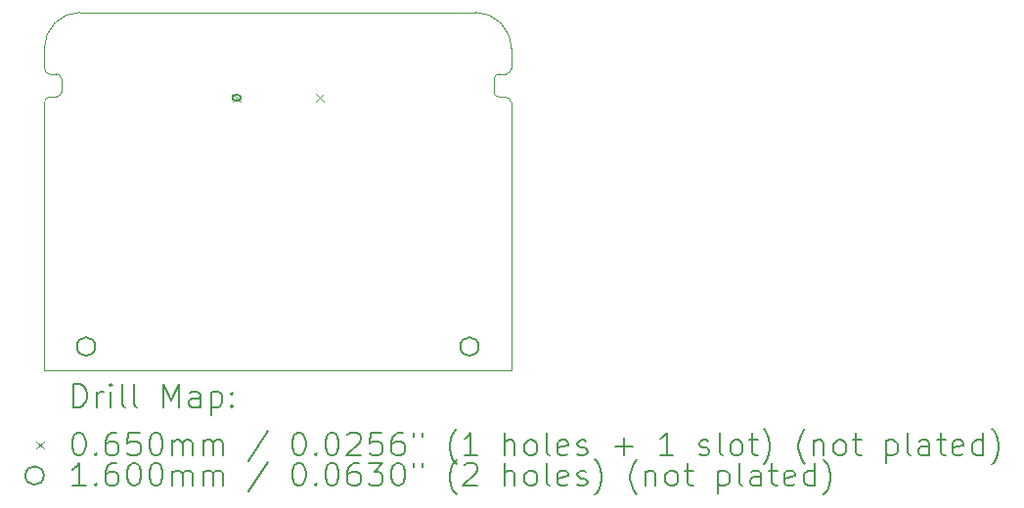
<source format=gbr>
%FSLAX45Y45*%
G04 Gerber Fmt 4.5, Leading zero omitted, Abs format (unit mm)*
G04 Created by KiCad (PCBNEW (6.0.0)) date 2022-03-25 21:28:24*
%MOMM*%
%LPD*%
G01*
G04 APERTURE LIST*
%TA.AperFunction,Profile*%
%ADD10C,0.100000*%
%TD*%
%ADD11C,0.200000*%
%ADD12C,0.065000*%
%ADD13C,0.160000*%
G04 APERTURE END LIST*
D10*
X11413412Y-6998000D02*
X11358588Y-6998000D01*
X15350000Y-7046588D02*
G75*
G03*
X15301088Y-6999000I-47606J0D01*
G01*
X11310000Y-9370000D02*
X11310000Y-7048000D01*
X15200000Y-6951500D02*
G75*
G03*
X15247500Y-6999000I47500J0D01*
G01*
X15247588Y-6799088D02*
G75*
G03*
X15200088Y-6846588I0J-47500D01*
G01*
X11459912Y-6845588D02*
G75*
G03*
X11411000Y-6798000I-47606J0D01*
G01*
X11310000Y-6748000D02*
G75*
G03*
X11354000Y-6798000I47841J-2260D01*
G01*
X11459912Y-6845588D02*
X11459912Y-6950412D01*
X11413412Y-6998000D02*
G75*
G03*
X11459912Y-6950412I-1100J47588D01*
G01*
X15350000Y-9370000D02*
X11310000Y-9370000D01*
X15247588Y-6799088D02*
X15303055Y-6799088D01*
X15350000Y-6753000D02*
X15350000Y-6575000D01*
X11354000Y-6798000D02*
X11411000Y-6798000D01*
X15301088Y-6999000D02*
X15247500Y-6999000D01*
X15350000Y-6575000D02*
G75*
G03*
X15040768Y-6264960I-309232J808D01*
G01*
X11620040Y-6264960D02*
G75*
G03*
X11310000Y-6575000I0J-310040D01*
G01*
X11310000Y-6748000D02*
X11310000Y-6575000D01*
X15303055Y-6799088D02*
G75*
G03*
X15350000Y-6753000I-872J47841D01*
G01*
X15200088Y-6846588D02*
X15200000Y-6951500D01*
X11358588Y-6998000D02*
G75*
G03*
X11310000Y-7048000I-993J-47643D01*
G01*
X11620040Y-6264960D02*
X15040768Y-6264960D01*
X15350000Y-7046588D02*
X15350000Y-9370000D01*
D11*
D12*
X12941000Y-6972000D02*
X13006000Y-7037000D01*
X13006000Y-6972000D02*
X12941000Y-7037000D01*
D11*
X12988500Y-6982000D02*
X12958500Y-6982000D01*
X12988500Y-7027000D02*
X12958500Y-7027000D01*
X12958500Y-6982000D02*
G75*
G03*
X12958500Y-7027000I0J-22500D01*
G01*
X12988500Y-7027000D02*
G75*
G03*
X12988500Y-6982000I0J22500D01*
G01*
D12*
X13661000Y-6972000D02*
X13726000Y-7037000D01*
X13726000Y-6972000D02*
X13661000Y-7037000D01*
D13*
X11750920Y-9161140D02*
G75*
G03*
X11750920Y-9161140I-80000J0D01*
G01*
X15069920Y-9161140D02*
G75*
G03*
X15069920Y-9161140I-80000J0D01*
G01*
D11*
X11562561Y-9685476D02*
X11562561Y-9485476D01*
X11610180Y-9485476D01*
X11638751Y-9495000D01*
X11657799Y-9514048D01*
X11667322Y-9533095D01*
X11676846Y-9571190D01*
X11676846Y-9599762D01*
X11667322Y-9637857D01*
X11657799Y-9656905D01*
X11638751Y-9675952D01*
X11610180Y-9685476D01*
X11562561Y-9685476D01*
X11762561Y-9685476D02*
X11762561Y-9552143D01*
X11762561Y-9590238D02*
X11772084Y-9571190D01*
X11781608Y-9561667D01*
X11800656Y-9552143D01*
X11819703Y-9552143D01*
X11886370Y-9685476D02*
X11886370Y-9552143D01*
X11886370Y-9485476D02*
X11876846Y-9495000D01*
X11886370Y-9504524D01*
X11895894Y-9495000D01*
X11886370Y-9485476D01*
X11886370Y-9504524D01*
X12010180Y-9685476D02*
X11991132Y-9675952D01*
X11981608Y-9656905D01*
X11981608Y-9485476D01*
X12114942Y-9685476D02*
X12095894Y-9675952D01*
X12086370Y-9656905D01*
X12086370Y-9485476D01*
X12343513Y-9685476D02*
X12343513Y-9485476D01*
X12410180Y-9628333D01*
X12476846Y-9485476D01*
X12476846Y-9685476D01*
X12657799Y-9685476D02*
X12657799Y-9580714D01*
X12648275Y-9561667D01*
X12629227Y-9552143D01*
X12591132Y-9552143D01*
X12572084Y-9561667D01*
X12657799Y-9675952D02*
X12638751Y-9685476D01*
X12591132Y-9685476D01*
X12572084Y-9675952D01*
X12562561Y-9656905D01*
X12562561Y-9637857D01*
X12572084Y-9618810D01*
X12591132Y-9609286D01*
X12638751Y-9609286D01*
X12657799Y-9599762D01*
X12753037Y-9552143D02*
X12753037Y-9752143D01*
X12753037Y-9561667D02*
X12772084Y-9552143D01*
X12810180Y-9552143D01*
X12829227Y-9561667D01*
X12838751Y-9571190D01*
X12848275Y-9590238D01*
X12848275Y-9647381D01*
X12838751Y-9666429D01*
X12829227Y-9675952D01*
X12810180Y-9685476D01*
X12772084Y-9685476D01*
X12753037Y-9675952D01*
X12933989Y-9666429D02*
X12943513Y-9675952D01*
X12933989Y-9685476D01*
X12924465Y-9675952D01*
X12933989Y-9666429D01*
X12933989Y-9685476D01*
X12933989Y-9561667D02*
X12943513Y-9571190D01*
X12933989Y-9580714D01*
X12924465Y-9571190D01*
X12933989Y-9561667D01*
X12933989Y-9580714D01*
D12*
X11239942Y-9982500D02*
X11304942Y-10047500D01*
X11304942Y-9982500D02*
X11239942Y-10047500D01*
D11*
X11600656Y-9905476D02*
X11619703Y-9905476D01*
X11638751Y-9915000D01*
X11648275Y-9924524D01*
X11657799Y-9943571D01*
X11667322Y-9981667D01*
X11667322Y-10029286D01*
X11657799Y-10067381D01*
X11648275Y-10086429D01*
X11638751Y-10095952D01*
X11619703Y-10105476D01*
X11600656Y-10105476D01*
X11581608Y-10095952D01*
X11572084Y-10086429D01*
X11562561Y-10067381D01*
X11553037Y-10029286D01*
X11553037Y-9981667D01*
X11562561Y-9943571D01*
X11572084Y-9924524D01*
X11581608Y-9915000D01*
X11600656Y-9905476D01*
X11753037Y-10086429D02*
X11762561Y-10095952D01*
X11753037Y-10105476D01*
X11743513Y-10095952D01*
X11753037Y-10086429D01*
X11753037Y-10105476D01*
X11933989Y-9905476D02*
X11895894Y-9905476D01*
X11876846Y-9915000D01*
X11867322Y-9924524D01*
X11848275Y-9953095D01*
X11838751Y-9991190D01*
X11838751Y-10067381D01*
X11848275Y-10086429D01*
X11857799Y-10095952D01*
X11876846Y-10105476D01*
X11914942Y-10105476D01*
X11933989Y-10095952D01*
X11943513Y-10086429D01*
X11953037Y-10067381D01*
X11953037Y-10019762D01*
X11943513Y-10000714D01*
X11933989Y-9991190D01*
X11914942Y-9981667D01*
X11876846Y-9981667D01*
X11857799Y-9991190D01*
X11848275Y-10000714D01*
X11838751Y-10019762D01*
X12133989Y-9905476D02*
X12038751Y-9905476D01*
X12029227Y-10000714D01*
X12038751Y-9991190D01*
X12057799Y-9981667D01*
X12105418Y-9981667D01*
X12124465Y-9991190D01*
X12133989Y-10000714D01*
X12143513Y-10019762D01*
X12143513Y-10067381D01*
X12133989Y-10086429D01*
X12124465Y-10095952D01*
X12105418Y-10105476D01*
X12057799Y-10105476D01*
X12038751Y-10095952D01*
X12029227Y-10086429D01*
X12267322Y-9905476D02*
X12286370Y-9905476D01*
X12305418Y-9915000D01*
X12314942Y-9924524D01*
X12324465Y-9943571D01*
X12333989Y-9981667D01*
X12333989Y-10029286D01*
X12324465Y-10067381D01*
X12314942Y-10086429D01*
X12305418Y-10095952D01*
X12286370Y-10105476D01*
X12267322Y-10105476D01*
X12248275Y-10095952D01*
X12238751Y-10086429D01*
X12229227Y-10067381D01*
X12219703Y-10029286D01*
X12219703Y-9981667D01*
X12229227Y-9943571D01*
X12238751Y-9924524D01*
X12248275Y-9915000D01*
X12267322Y-9905476D01*
X12419703Y-10105476D02*
X12419703Y-9972143D01*
X12419703Y-9991190D02*
X12429227Y-9981667D01*
X12448275Y-9972143D01*
X12476846Y-9972143D01*
X12495894Y-9981667D01*
X12505418Y-10000714D01*
X12505418Y-10105476D01*
X12505418Y-10000714D02*
X12514942Y-9981667D01*
X12533989Y-9972143D01*
X12562561Y-9972143D01*
X12581608Y-9981667D01*
X12591132Y-10000714D01*
X12591132Y-10105476D01*
X12686370Y-10105476D02*
X12686370Y-9972143D01*
X12686370Y-9991190D02*
X12695894Y-9981667D01*
X12714942Y-9972143D01*
X12743513Y-9972143D01*
X12762561Y-9981667D01*
X12772084Y-10000714D01*
X12772084Y-10105476D01*
X12772084Y-10000714D02*
X12781608Y-9981667D01*
X12800656Y-9972143D01*
X12829227Y-9972143D01*
X12848275Y-9981667D01*
X12857799Y-10000714D01*
X12857799Y-10105476D01*
X13248275Y-9895952D02*
X13076846Y-10153095D01*
X13505418Y-9905476D02*
X13524465Y-9905476D01*
X13543513Y-9915000D01*
X13553037Y-9924524D01*
X13562561Y-9943571D01*
X13572084Y-9981667D01*
X13572084Y-10029286D01*
X13562561Y-10067381D01*
X13553037Y-10086429D01*
X13543513Y-10095952D01*
X13524465Y-10105476D01*
X13505418Y-10105476D01*
X13486370Y-10095952D01*
X13476846Y-10086429D01*
X13467322Y-10067381D01*
X13457799Y-10029286D01*
X13457799Y-9981667D01*
X13467322Y-9943571D01*
X13476846Y-9924524D01*
X13486370Y-9915000D01*
X13505418Y-9905476D01*
X13657799Y-10086429D02*
X13667322Y-10095952D01*
X13657799Y-10105476D01*
X13648275Y-10095952D01*
X13657799Y-10086429D01*
X13657799Y-10105476D01*
X13791132Y-9905476D02*
X13810180Y-9905476D01*
X13829227Y-9915000D01*
X13838751Y-9924524D01*
X13848275Y-9943571D01*
X13857799Y-9981667D01*
X13857799Y-10029286D01*
X13848275Y-10067381D01*
X13838751Y-10086429D01*
X13829227Y-10095952D01*
X13810180Y-10105476D01*
X13791132Y-10105476D01*
X13772084Y-10095952D01*
X13762561Y-10086429D01*
X13753037Y-10067381D01*
X13743513Y-10029286D01*
X13743513Y-9981667D01*
X13753037Y-9943571D01*
X13762561Y-9924524D01*
X13772084Y-9915000D01*
X13791132Y-9905476D01*
X13933989Y-9924524D02*
X13943513Y-9915000D01*
X13962561Y-9905476D01*
X14010180Y-9905476D01*
X14029227Y-9915000D01*
X14038751Y-9924524D01*
X14048275Y-9943571D01*
X14048275Y-9962619D01*
X14038751Y-9991190D01*
X13924465Y-10105476D01*
X14048275Y-10105476D01*
X14229227Y-9905476D02*
X14133989Y-9905476D01*
X14124465Y-10000714D01*
X14133989Y-9991190D01*
X14153037Y-9981667D01*
X14200656Y-9981667D01*
X14219703Y-9991190D01*
X14229227Y-10000714D01*
X14238751Y-10019762D01*
X14238751Y-10067381D01*
X14229227Y-10086429D01*
X14219703Y-10095952D01*
X14200656Y-10105476D01*
X14153037Y-10105476D01*
X14133989Y-10095952D01*
X14124465Y-10086429D01*
X14410180Y-9905476D02*
X14372084Y-9905476D01*
X14353037Y-9915000D01*
X14343513Y-9924524D01*
X14324465Y-9953095D01*
X14314942Y-9991190D01*
X14314942Y-10067381D01*
X14324465Y-10086429D01*
X14333989Y-10095952D01*
X14353037Y-10105476D01*
X14391132Y-10105476D01*
X14410180Y-10095952D01*
X14419703Y-10086429D01*
X14429227Y-10067381D01*
X14429227Y-10019762D01*
X14419703Y-10000714D01*
X14410180Y-9991190D01*
X14391132Y-9981667D01*
X14353037Y-9981667D01*
X14333989Y-9991190D01*
X14324465Y-10000714D01*
X14314942Y-10019762D01*
X14505418Y-9905476D02*
X14505418Y-9943571D01*
X14581608Y-9905476D02*
X14581608Y-9943571D01*
X14876846Y-10181667D02*
X14867322Y-10172143D01*
X14848275Y-10143571D01*
X14838751Y-10124524D01*
X14829227Y-10095952D01*
X14819703Y-10048333D01*
X14819703Y-10010238D01*
X14829227Y-9962619D01*
X14838751Y-9934048D01*
X14848275Y-9915000D01*
X14867322Y-9886429D01*
X14876846Y-9876905D01*
X15057799Y-10105476D02*
X14943513Y-10105476D01*
X15000656Y-10105476D02*
X15000656Y-9905476D01*
X14981608Y-9934048D01*
X14962561Y-9953095D01*
X14943513Y-9962619D01*
X15295894Y-10105476D02*
X15295894Y-9905476D01*
X15381608Y-10105476D02*
X15381608Y-10000714D01*
X15372084Y-9981667D01*
X15353037Y-9972143D01*
X15324465Y-9972143D01*
X15305418Y-9981667D01*
X15295894Y-9991190D01*
X15505418Y-10105476D02*
X15486370Y-10095952D01*
X15476846Y-10086429D01*
X15467322Y-10067381D01*
X15467322Y-10010238D01*
X15476846Y-9991190D01*
X15486370Y-9981667D01*
X15505418Y-9972143D01*
X15533989Y-9972143D01*
X15553037Y-9981667D01*
X15562561Y-9991190D01*
X15572084Y-10010238D01*
X15572084Y-10067381D01*
X15562561Y-10086429D01*
X15553037Y-10095952D01*
X15533989Y-10105476D01*
X15505418Y-10105476D01*
X15686370Y-10105476D02*
X15667322Y-10095952D01*
X15657799Y-10076905D01*
X15657799Y-9905476D01*
X15838751Y-10095952D02*
X15819703Y-10105476D01*
X15781608Y-10105476D01*
X15762561Y-10095952D01*
X15753037Y-10076905D01*
X15753037Y-10000714D01*
X15762561Y-9981667D01*
X15781608Y-9972143D01*
X15819703Y-9972143D01*
X15838751Y-9981667D01*
X15848275Y-10000714D01*
X15848275Y-10019762D01*
X15753037Y-10038810D01*
X15924465Y-10095952D02*
X15943513Y-10105476D01*
X15981608Y-10105476D01*
X16000656Y-10095952D01*
X16010180Y-10076905D01*
X16010180Y-10067381D01*
X16000656Y-10048333D01*
X15981608Y-10038810D01*
X15953037Y-10038810D01*
X15933989Y-10029286D01*
X15924465Y-10010238D01*
X15924465Y-10000714D01*
X15933989Y-9981667D01*
X15953037Y-9972143D01*
X15981608Y-9972143D01*
X16000656Y-9981667D01*
X16248275Y-10029286D02*
X16400656Y-10029286D01*
X16324465Y-10105476D02*
X16324465Y-9953095D01*
X16753037Y-10105476D02*
X16638751Y-10105476D01*
X16695894Y-10105476D02*
X16695894Y-9905476D01*
X16676846Y-9934048D01*
X16657799Y-9953095D01*
X16638751Y-9962619D01*
X16981608Y-10095952D02*
X17000656Y-10105476D01*
X17038751Y-10105476D01*
X17057799Y-10095952D01*
X17067323Y-10076905D01*
X17067323Y-10067381D01*
X17057799Y-10048333D01*
X17038751Y-10038810D01*
X17010180Y-10038810D01*
X16991132Y-10029286D01*
X16981608Y-10010238D01*
X16981608Y-10000714D01*
X16991132Y-9981667D01*
X17010180Y-9972143D01*
X17038751Y-9972143D01*
X17057799Y-9981667D01*
X17181608Y-10105476D02*
X17162561Y-10095952D01*
X17153037Y-10076905D01*
X17153037Y-9905476D01*
X17286370Y-10105476D02*
X17267323Y-10095952D01*
X17257799Y-10086429D01*
X17248275Y-10067381D01*
X17248275Y-10010238D01*
X17257799Y-9991190D01*
X17267323Y-9981667D01*
X17286370Y-9972143D01*
X17314942Y-9972143D01*
X17333989Y-9981667D01*
X17343513Y-9991190D01*
X17353037Y-10010238D01*
X17353037Y-10067381D01*
X17343513Y-10086429D01*
X17333989Y-10095952D01*
X17314942Y-10105476D01*
X17286370Y-10105476D01*
X17410180Y-9972143D02*
X17486370Y-9972143D01*
X17438751Y-9905476D02*
X17438751Y-10076905D01*
X17448275Y-10095952D01*
X17467323Y-10105476D01*
X17486370Y-10105476D01*
X17533989Y-10181667D02*
X17543513Y-10172143D01*
X17562561Y-10143571D01*
X17572084Y-10124524D01*
X17581608Y-10095952D01*
X17591132Y-10048333D01*
X17591132Y-10010238D01*
X17581608Y-9962619D01*
X17572084Y-9934048D01*
X17562561Y-9915000D01*
X17543513Y-9886429D01*
X17533989Y-9876905D01*
X17895894Y-10181667D02*
X17886370Y-10172143D01*
X17867323Y-10143571D01*
X17857799Y-10124524D01*
X17848275Y-10095952D01*
X17838751Y-10048333D01*
X17838751Y-10010238D01*
X17848275Y-9962619D01*
X17857799Y-9934048D01*
X17867323Y-9915000D01*
X17886370Y-9886429D01*
X17895894Y-9876905D01*
X17972084Y-9972143D02*
X17972084Y-10105476D01*
X17972084Y-9991190D02*
X17981608Y-9981667D01*
X18000656Y-9972143D01*
X18029227Y-9972143D01*
X18048275Y-9981667D01*
X18057799Y-10000714D01*
X18057799Y-10105476D01*
X18181608Y-10105476D02*
X18162561Y-10095952D01*
X18153037Y-10086429D01*
X18143513Y-10067381D01*
X18143513Y-10010238D01*
X18153037Y-9991190D01*
X18162561Y-9981667D01*
X18181608Y-9972143D01*
X18210180Y-9972143D01*
X18229227Y-9981667D01*
X18238751Y-9991190D01*
X18248275Y-10010238D01*
X18248275Y-10067381D01*
X18238751Y-10086429D01*
X18229227Y-10095952D01*
X18210180Y-10105476D01*
X18181608Y-10105476D01*
X18305418Y-9972143D02*
X18381608Y-9972143D01*
X18333989Y-9905476D02*
X18333989Y-10076905D01*
X18343513Y-10095952D01*
X18362561Y-10105476D01*
X18381608Y-10105476D01*
X18600656Y-9972143D02*
X18600656Y-10172143D01*
X18600656Y-9981667D02*
X18619704Y-9972143D01*
X18657799Y-9972143D01*
X18676846Y-9981667D01*
X18686370Y-9991190D01*
X18695894Y-10010238D01*
X18695894Y-10067381D01*
X18686370Y-10086429D01*
X18676846Y-10095952D01*
X18657799Y-10105476D01*
X18619704Y-10105476D01*
X18600656Y-10095952D01*
X18810180Y-10105476D02*
X18791132Y-10095952D01*
X18781608Y-10076905D01*
X18781608Y-9905476D01*
X18972084Y-10105476D02*
X18972084Y-10000714D01*
X18962561Y-9981667D01*
X18943513Y-9972143D01*
X18905418Y-9972143D01*
X18886370Y-9981667D01*
X18972084Y-10095952D02*
X18953037Y-10105476D01*
X18905418Y-10105476D01*
X18886370Y-10095952D01*
X18876846Y-10076905D01*
X18876846Y-10057857D01*
X18886370Y-10038810D01*
X18905418Y-10029286D01*
X18953037Y-10029286D01*
X18972084Y-10019762D01*
X19038751Y-9972143D02*
X19114942Y-9972143D01*
X19067323Y-9905476D02*
X19067323Y-10076905D01*
X19076846Y-10095952D01*
X19095894Y-10105476D01*
X19114942Y-10105476D01*
X19257799Y-10095952D02*
X19238751Y-10105476D01*
X19200656Y-10105476D01*
X19181608Y-10095952D01*
X19172084Y-10076905D01*
X19172084Y-10000714D01*
X19181608Y-9981667D01*
X19200656Y-9972143D01*
X19238751Y-9972143D01*
X19257799Y-9981667D01*
X19267323Y-10000714D01*
X19267323Y-10019762D01*
X19172084Y-10038810D01*
X19438751Y-10105476D02*
X19438751Y-9905476D01*
X19438751Y-10095952D02*
X19419704Y-10105476D01*
X19381608Y-10105476D01*
X19362561Y-10095952D01*
X19353037Y-10086429D01*
X19343513Y-10067381D01*
X19343513Y-10010238D01*
X19353037Y-9991190D01*
X19362561Y-9981667D01*
X19381608Y-9972143D01*
X19419704Y-9972143D01*
X19438751Y-9981667D01*
X19514942Y-10181667D02*
X19524465Y-10172143D01*
X19543513Y-10143571D01*
X19553037Y-10124524D01*
X19562561Y-10095952D01*
X19572084Y-10048333D01*
X19572084Y-10010238D01*
X19562561Y-9962619D01*
X19553037Y-9934048D01*
X19543513Y-9915000D01*
X19524465Y-9886429D01*
X19514942Y-9876905D01*
D13*
X11304942Y-10279000D02*
G75*
G03*
X11304942Y-10279000I-80000J0D01*
G01*
D11*
X11667322Y-10369476D02*
X11553037Y-10369476D01*
X11610180Y-10369476D02*
X11610180Y-10169476D01*
X11591132Y-10198048D01*
X11572084Y-10217095D01*
X11553037Y-10226619D01*
X11753037Y-10350429D02*
X11762561Y-10359952D01*
X11753037Y-10369476D01*
X11743513Y-10359952D01*
X11753037Y-10350429D01*
X11753037Y-10369476D01*
X11933989Y-10169476D02*
X11895894Y-10169476D01*
X11876846Y-10179000D01*
X11867322Y-10188524D01*
X11848275Y-10217095D01*
X11838751Y-10255190D01*
X11838751Y-10331381D01*
X11848275Y-10350429D01*
X11857799Y-10359952D01*
X11876846Y-10369476D01*
X11914942Y-10369476D01*
X11933989Y-10359952D01*
X11943513Y-10350429D01*
X11953037Y-10331381D01*
X11953037Y-10283762D01*
X11943513Y-10264714D01*
X11933989Y-10255190D01*
X11914942Y-10245667D01*
X11876846Y-10245667D01*
X11857799Y-10255190D01*
X11848275Y-10264714D01*
X11838751Y-10283762D01*
X12076846Y-10169476D02*
X12095894Y-10169476D01*
X12114942Y-10179000D01*
X12124465Y-10188524D01*
X12133989Y-10207571D01*
X12143513Y-10245667D01*
X12143513Y-10293286D01*
X12133989Y-10331381D01*
X12124465Y-10350429D01*
X12114942Y-10359952D01*
X12095894Y-10369476D01*
X12076846Y-10369476D01*
X12057799Y-10359952D01*
X12048275Y-10350429D01*
X12038751Y-10331381D01*
X12029227Y-10293286D01*
X12029227Y-10245667D01*
X12038751Y-10207571D01*
X12048275Y-10188524D01*
X12057799Y-10179000D01*
X12076846Y-10169476D01*
X12267322Y-10169476D02*
X12286370Y-10169476D01*
X12305418Y-10179000D01*
X12314942Y-10188524D01*
X12324465Y-10207571D01*
X12333989Y-10245667D01*
X12333989Y-10293286D01*
X12324465Y-10331381D01*
X12314942Y-10350429D01*
X12305418Y-10359952D01*
X12286370Y-10369476D01*
X12267322Y-10369476D01*
X12248275Y-10359952D01*
X12238751Y-10350429D01*
X12229227Y-10331381D01*
X12219703Y-10293286D01*
X12219703Y-10245667D01*
X12229227Y-10207571D01*
X12238751Y-10188524D01*
X12248275Y-10179000D01*
X12267322Y-10169476D01*
X12419703Y-10369476D02*
X12419703Y-10236143D01*
X12419703Y-10255190D02*
X12429227Y-10245667D01*
X12448275Y-10236143D01*
X12476846Y-10236143D01*
X12495894Y-10245667D01*
X12505418Y-10264714D01*
X12505418Y-10369476D01*
X12505418Y-10264714D02*
X12514942Y-10245667D01*
X12533989Y-10236143D01*
X12562561Y-10236143D01*
X12581608Y-10245667D01*
X12591132Y-10264714D01*
X12591132Y-10369476D01*
X12686370Y-10369476D02*
X12686370Y-10236143D01*
X12686370Y-10255190D02*
X12695894Y-10245667D01*
X12714942Y-10236143D01*
X12743513Y-10236143D01*
X12762561Y-10245667D01*
X12772084Y-10264714D01*
X12772084Y-10369476D01*
X12772084Y-10264714D02*
X12781608Y-10245667D01*
X12800656Y-10236143D01*
X12829227Y-10236143D01*
X12848275Y-10245667D01*
X12857799Y-10264714D01*
X12857799Y-10369476D01*
X13248275Y-10159952D02*
X13076846Y-10417095D01*
X13505418Y-10169476D02*
X13524465Y-10169476D01*
X13543513Y-10179000D01*
X13553037Y-10188524D01*
X13562561Y-10207571D01*
X13572084Y-10245667D01*
X13572084Y-10293286D01*
X13562561Y-10331381D01*
X13553037Y-10350429D01*
X13543513Y-10359952D01*
X13524465Y-10369476D01*
X13505418Y-10369476D01*
X13486370Y-10359952D01*
X13476846Y-10350429D01*
X13467322Y-10331381D01*
X13457799Y-10293286D01*
X13457799Y-10245667D01*
X13467322Y-10207571D01*
X13476846Y-10188524D01*
X13486370Y-10179000D01*
X13505418Y-10169476D01*
X13657799Y-10350429D02*
X13667322Y-10359952D01*
X13657799Y-10369476D01*
X13648275Y-10359952D01*
X13657799Y-10350429D01*
X13657799Y-10369476D01*
X13791132Y-10169476D02*
X13810180Y-10169476D01*
X13829227Y-10179000D01*
X13838751Y-10188524D01*
X13848275Y-10207571D01*
X13857799Y-10245667D01*
X13857799Y-10293286D01*
X13848275Y-10331381D01*
X13838751Y-10350429D01*
X13829227Y-10359952D01*
X13810180Y-10369476D01*
X13791132Y-10369476D01*
X13772084Y-10359952D01*
X13762561Y-10350429D01*
X13753037Y-10331381D01*
X13743513Y-10293286D01*
X13743513Y-10245667D01*
X13753037Y-10207571D01*
X13762561Y-10188524D01*
X13772084Y-10179000D01*
X13791132Y-10169476D01*
X14029227Y-10169476D02*
X13991132Y-10169476D01*
X13972084Y-10179000D01*
X13962561Y-10188524D01*
X13943513Y-10217095D01*
X13933989Y-10255190D01*
X13933989Y-10331381D01*
X13943513Y-10350429D01*
X13953037Y-10359952D01*
X13972084Y-10369476D01*
X14010180Y-10369476D01*
X14029227Y-10359952D01*
X14038751Y-10350429D01*
X14048275Y-10331381D01*
X14048275Y-10283762D01*
X14038751Y-10264714D01*
X14029227Y-10255190D01*
X14010180Y-10245667D01*
X13972084Y-10245667D01*
X13953037Y-10255190D01*
X13943513Y-10264714D01*
X13933989Y-10283762D01*
X14114942Y-10169476D02*
X14238751Y-10169476D01*
X14172084Y-10245667D01*
X14200656Y-10245667D01*
X14219703Y-10255190D01*
X14229227Y-10264714D01*
X14238751Y-10283762D01*
X14238751Y-10331381D01*
X14229227Y-10350429D01*
X14219703Y-10359952D01*
X14200656Y-10369476D01*
X14143513Y-10369476D01*
X14124465Y-10359952D01*
X14114942Y-10350429D01*
X14362561Y-10169476D02*
X14381608Y-10169476D01*
X14400656Y-10179000D01*
X14410180Y-10188524D01*
X14419703Y-10207571D01*
X14429227Y-10245667D01*
X14429227Y-10293286D01*
X14419703Y-10331381D01*
X14410180Y-10350429D01*
X14400656Y-10359952D01*
X14381608Y-10369476D01*
X14362561Y-10369476D01*
X14343513Y-10359952D01*
X14333989Y-10350429D01*
X14324465Y-10331381D01*
X14314942Y-10293286D01*
X14314942Y-10245667D01*
X14324465Y-10207571D01*
X14333989Y-10188524D01*
X14343513Y-10179000D01*
X14362561Y-10169476D01*
X14505418Y-10169476D02*
X14505418Y-10207571D01*
X14581608Y-10169476D02*
X14581608Y-10207571D01*
X14876846Y-10445667D02*
X14867322Y-10436143D01*
X14848275Y-10407571D01*
X14838751Y-10388524D01*
X14829227Y-10359952D01*
X14819703Y-10312333D01*
X14819703Y-10274238D01*
X14829227Y-10226619D01*
X14838751Y-10198048D01*
X14848275Y-10179000D01*
X14867322Y-10150429D01*
X14876846Y-10140905D01*
X14943513Y-10188524D02*
X14953037Y-10179000D01*
X14972084Y-10169476D01*
X15019703Y-10169476D01*
X15038751Y-10179000D01*
X15048275Y-10188524D01*
X15057799Y-10207571D01*
X15057799Y-10226619D01*
X15048275Y-10255190D01*
X14933989Y-10369476D01*
X15057799Y-10369476D01*
X15295894Y-10369476D02*
X15295894Y-10169476D01*
X15381608Y-10369476D02*
X15381608Y-10264714D01*
X15372084Y-10245667D01*
X15353037Y-10236143D01*
X15324465Y-10236143D01*
X15305418Y-10245667D01*
X15295894Y-10255190D01*
X15505418Y-10369476D02*
X15486370Y-10359952D01*
X15476846Y-10350429D01*
X15467322Y-10331381D01*
X15467322Y-10274238D01*
X15476846Y-10255190D01*
X15486370Y-10245667D01*
X15505418Y-10236143D01*
X15533989Y-10236143D01*
X15553037Y-10245667D01*
X15562561Y-10255190D01*
X15572084Y-10274238D01*
X15572084Y-10331381D01*
X15562561Y-10350429D01*
X15553037Y-10359952D01*
X15533989Y-10369476D01*
X15505418Y-10369476D01*
X15686370Y-10369476D02*
X15667322Y-10359952D01*
X15657799Y-10340905D01*
X15657799Y-10169476D01*
X15838751Y-10359952D02*
X15819703Y-10369476D01*
X15781608Y-10369476D01*
X15762561Y-10359952D01*
X15753037Y-10340905D01*
X15753037Y-10264714D01*
X15762561Y-10245667D01*
X15781608Y-10236143D01*
X15819703Y-10236143D01*
X15838751Y-10245667D01*
X15848275Y-10264714D01*
X15848275Y-10283762D01*
X15753037Y-10302810D01*
X15924465Y-10359952D02*
X15943513Y-10369476D01*
X15981608Y-10369476D01*
X16000656Y-10359952D01*
X16010180Y-10340905D01*
X16010180Y-10331381D01*
X16000656Y-10312333D01*
X15981608Y-10302810D01*
X15953037Y-10302810D01*
X15933989Y-10293286D01*
X15924465Y-10274238D01*
X15924465Y-10264714D01*
X15933989Y-10245667D01*
X15953037Y-10236143D01*
X15981608Y-10236143D01*
X16000656Y-10245667D01*
X16076846Y-10445667D02*
X16086370Y-10436143D01*
X16105418Y-10407571D01*
X16114941Y-10388524D01*
X16124465Y-10359952D01*
X16133989Y-10312333D01*
X16133989Y-10274238D01*
X16124465Y-10226619D01*
X16114941Y-10198048D01*
X16105418Y-10179000D01*
X16086370Y-10150429D01*
X16076846Y-10140905D01*
X16438751Y-10445667D02*
X16429227Y-10436143D01*
X16410180Y-10407571D01*
X16400656Y-10388524D01*
X16391132Y-10359952D01*
X16381608Y-10312333D01*
X16381608Y-10274238D01*
X16391132Y-10226619D01*
X16400656Y-10198048D01*
X16410180Y-10179000D01*
X16429227Y-10150429D01*
X16438751Y-10140905D01*
X16514941Y-10236143D02*
X16514941Y-10369476D01*
X16514941Y-10255190D02*
X16524465Y-10245667D01*
X16543513Y-10236143D01*
X16572084Y-10236143D01*
X16591132Y-10245667D01*
X16600656Y-10264714D01*
X16600656Y-10369476D01*
X16724465Y-10369476D02*
X16705418Y-10359952D01*
X16695894Y-10350429D01*
X16686370Y-10331381D01*
X16686370Y-10274238D01*
X16695894Y-10255190D01*
X16705418Y-10245667D01*
X16724465Y-10236143D01*
X16753037Y-10236143D01*
X16772084Y-10245667D01*
X16781608Y-10255190D01*
X16791132Y-10274238D01*
X16791132Y-10331381D01*
X16781608Y-10350429D01*
X16772084Y-10359952D01*
X16753037Y-10369476D01*
X16724465Y-10369476D01*
X16848275Y-10236143D02*
X16924465Y-10236143D01*
X16876846Y-10169476D02*
X16876846Y-10340905D01*
X16886370Y-10359952D01*
X16905418Y-10369476D01*
X16924465Y-10369476D01*
X17143513Y-10236143D02*
X17143513Y-10436143D01*
X17143513Y-10245667D02*
X17162561Y-10236143D01*
X17200656Y-10236143D01*
X17219704Y-10245667D01*
X17229227Y-10255190D01*
X17238751Y-10274238D01*
X17238751Y-10331381D01*
X17229227Y-10350429D01*
X17219704Y-10359952D01*
X17200656Y-10369476D01*
X17162561Y-10369476D01*
X17143513Y-10359952D01*
X17353037Y-10369476D02*
X17333989Y-10359952D01*
X17324465Y-10340905D01*
X17324465Y-10169476D01*
X17514942Y-10369476D02*
X17514942Y-10264714D01*
X17505418Y-10245667D01*
X17486370Y-10236143D01*
X17448275Y-10236143D01*
X17429227Y-10245667D01*
X17514942Y-10359952D02*
X17495894Y-10369476D01*
X17448275Y-10369476D01*
X17429227Y-10359952D01*
X17419704Y-10340905D01*
X17419704Y-10321857D01*
X17429227Y-10302810D01*
X17448275Y-10293286D01*
X17495894Y-10293286D01*
X17514942Y-10283762D01*
X17581608Y-10236143D02*
X17657799Y-10236143D01*
X17610180Y-10169476D02*
X17610180Y-10340905D01*
X17619704Y-10359952D01*
X17638751Y-10369476D01*
X17657799Y-10369476D01*
X17800656Y-10359952D02*
X17781608Y-10369476D01*
X17743513Y-10369476D01*
X17724465Y-10359952D01*
X17714942Y-10340905D01*
X17714942Y-10264714D01*
X17724465Y-10245667D01*
X17743513Y-10236143D01*
X17781608Y-10236143D01*
X17800656Y-10245667D01*
X17810180Y-10264714D01*
X17810180Y-10283762D01*
X17714942Y-10302810D01*
X17981608Y-10369476D02*
X17981608Y-10169476D01*
X17981608Y-10359952D02*
X17962561Y-10369476D01*
X17924465Y-10369476D01*
X17905418Y-10359952D01*
X17895894Y-10350429D01*
X17886370Y-10331381D01*
X17886370Y-10274238D01*
X17895894Y-10255190D01*
X17905418Y-10245667D01*
X17924465Y-10236143D01*
X17962561Y-10236143D01*
X17981608Y-10245667D01*
X18057799Y-10445667D02*
X18067323Y-10436143D01*
X18086370Y-10407571D01*
X18095894Y-10388524D01*
X18105418Y-10359952D01*
X18114942Y-10312333D01*
X18114942Y-10274238D01*
X18105418Y-10226619D01*
X18095894Y-10198048D01*
X18086370Y-10179000D01*
X18067323Y-10150429D01*
X18057799Y-10140905D01*
M02*

</source>
